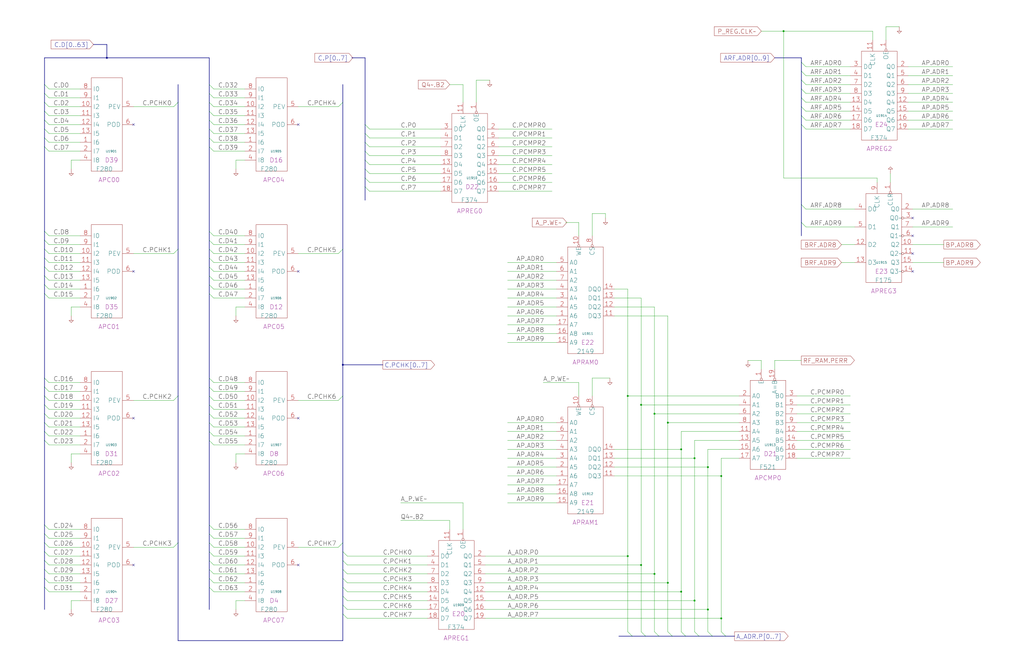
<source format=kicad_sch>
(kicad_sch (version 20250114) (generator "eeschema") (generator_version "9.0")
  (paper "User" 584.2 378.46)
  (title_block (title "REGISTER FILE A PARITY") (date "15-MAR-90") (rev "1.0") (comment 1 "TYPE") (comment 2 "232-003062") (comment 3 "S400") (comment 4 "RELEASED"))
  (junction (at 358.14 317.5))
  (junction (at 358.14 226.06))
  (junction (at 388.62 256.54))
  (junction (at 396.24 342.9))
  (junction (at 373.38 236.22))
  (junction (at 388.62 337.82))
  (junction (at 447.04 17.78))
  (junction (at 195.58 208.28))
  (junction (at 411.48 271.78))
  (junction (at 403.86 347.98))
  (junction (at 396.24 261.62))
  (junction (at 411.48 353.06))
  (junction (at 403.86 266.7))
  (junction (at 60.96 33.02))
  (junction (at 365.76 231.14))
  (junction (at 373.38 327.66))
  (junction (at 365.76 322.58))
  (junction (at 381 241.3))
  (junction (at 381 332.74))
  (no_connect (at 76.2 322.58))
  (no_connect (at 76.2 154.94))
  (no_connect (at 520.7 154.94))
  (no_connect (at 170.18 71.12))
  (no_connect (at 170.18 322.58))
  (no_connect (at 76.2 238.76))
  (no_connect (at 76.2 71.12))
  (no_connect (at 170.18 238.76))
  (no_connect (at 520.7 144.78))
  (no_connect (at 520.7 124.46))
  (no_connect (at 520.7 134.62))
  (no_connect (at 170.18 154.94))
  (bus_entry (at 381 360.68) (size 2.54 2.54))
  (bus_entry (at 119.38 215.9) (size 2.54 2.54))
  (bus_entry (at 195.58 320.04) (size 2.54 2.54))
  (bus_entry (at 101.6 309.88) (size -2.54 2.54))
  (bus_entry (at 208.28 96.52) (size 2.54 2.54))
  (bus_entry (at 25.4 325.12) (size 2.54 2.54))
  (bus_entry (at 195.58 142.24) (size -2.54 2.54))
  (bus_entry (at 119.38 226.06) (size 2.54 2.54))
  (bus_entry (at 119.38 231.14) (size 2.54 2.54))
  (bus_entry (at 119.38 299.72) (size 2.54 2.54))
  (bus_entry (at 457.2 40.64) (size 2.54 2.54))
  (bus_entry (at 195.58 325.12) (size 2.54 2.54))
  (bus_entry (at 25.4 73.66) (size 2.54 2.54))
  (bus_entry (at 457.2 35.56) (size 2.54 2.54))
  (bus_entry (at 119.38 241.3) (size 2.54 2.54))
  (bus_entry (at 25.4 304.8) (size 2.54 2.54))
  (bus_entry (at 411.48 360.68) (size 2.54 2.54))
  (bus_entry (at 119.38 251.46) (size 2.54 2.54))
  (bus_entry (at 25.4 241.3) (size 2.54 2.54))
  (bus_entry (at 25.4 152.4) (size 2.54 2.54))
  (bus_entry (at 119.38 147.32) (size 2.54 2.54))
  (bus_entry (at 119.38 78.74) (size 2.54 2.54))
  (bus_entry (at 25.4 246.38) (size 2.54 2.54))
  (bus_entry (at 457.2 60.96) (size 2.54 2.54))
  (bus_entry (at 457.2 45.72) (size 2.54 2.54))
  (bus_entry (at 25.4 53.34) (size 2.54 2.54))
  (bus_entry (at 195.58 345.44) (size 2.54 2.54))
  (bus_entry (at 208.28 91.44) (size 2.54 2.54))
  (bus_entry (at 358.14 360.68) (size 2.54 2.54))
  (bus_entry (at 25.4 48.26) (size 2.54 2.54))
  (bus_entry (at 457.2 66.04) (size 2.54 2.54))
  (bus_entry (at 25.4 83.82) (size 2.54 2.54))
  (bus_entry (at 119.38 220.98) (size 2.54 2.54))
  (bus_entry (at 25.4 157.48) (size 2.54 2.54))
  (bus_entry (at 119.38 246.38) (size 2.54 2.54))
  (bus_entry (at 208.28 81.28) (size 2.54 2.54))
  (bus_entry (at 119.38 152.4) (size 2.54 2.54))
  (bus_entry (at 119.38 325.12) (size 2.54 2.54))
  (bus_entry (at 119.38 167.64) (size 2.54 2.54))
  (bus_entry (at 25.4 58.42) (size 2.54 2.54))
  (bus_entry (at 25.4 137.16) (size 2.54 2.54))
  (bus_entry (at 195.58 309.88) (size -2.54 2.54))
  (bus_entry (at 25.4 63.5) (size 2.54 2.54))
  (bus_entry (at 25.4 320.04) (size 2.54 2.54))
  (bus_entry (at 101.6 142.24) (size -2.54 2.54))
  (bus_entry (at 457.2 50.8) (size 2.54 2.54))
  (bus_entry (at 388.62 360.68) (size 2.54 2.54))
  (bus_entry (at 119.38 142.24) (size 2.54 2.54))
  (bus_entry (at 195.58 226.06) (size -2.54 2.54))
  (bus_entry (at 457.2 116.84) (size 2.54 2.54))
  (bus_entry (at 208.28 86.36) (size 2.54 2.54))
  (bus_entry (at 119.38 53.34) (size 2.54 2.54))
  (bus_entry (at 25.4 299.72) (size 2.54 2.54))
  (bus_entry (at 119.38 132.08) (size 2.54 2.54))
  (bus_entry (at 119.38 335.28) (size 2.54 2.54))
  (bus_entry (at 25.4 68.58) (size 2.54 2.54))
  (bus_entry (at 119.38 309.88) (size 2.54 2.54))
  (bus_entry (at 457.2 71.12) (size 2.54 2.54))
  (bus_entry (at 208.28 76.2) (size 2.54 2.54))
  (bus_entry (at 25.4 335.28) (size 2.54 2.54))
  (bus_entry (at 457.2 55.88) (size 2.54 2.54))
  (bus_entry (at 373.38 360.68) (size 2.54 2.54))
  (bus_entry (at 25.4 78.74) (size 2.54 2.54))
  (bus_entry (at 119.38 236.22) (size 2.54 2.54))
  (bus_entry (at 195.58 350.52) (size 2.54 2.54))
  (bus_entry (at 195.58 330.2) (size 2.54 2.54))
  (bus_entry (at 101.6 58.42) (size -2.54 2.54))
  (bus_entry (at 25.4 309.88) (size 2.54 2.54))
  (bus_entry (at 25.4 236.22) (size 2.54 2.54))
  (bus_entry (at 119.38 330.2) (size 2.54 2.54))
  (bus_entry (at 25.4 226.06) (size 2.54 2.54))
  (bus_entry (at 119.38 83.82) (size 2.54 2.54))
  (bus_entry (at 119.38 63.5) (size 2.54 2.54))
  (bus_entry (at 208.28 101.6) (size 2.54 2.54))
  (bus_entry (at 457.2 127) (size 2.54 2.54))
  (bus_entry (at 195.58 314.96) (size 2.54 2.54))
  (bus_entry (at 25.4 215.9) (size 2.54 2.54))
  (bus_entry (at 403.86 360.68) (size 2.54 2.54))
  (bus_entry (at 119.38 73.66) (size 2.54 2.54))
  (bus_entry (at 25.4 251.46) (size 2.54 2.54))
  (bus_entry (at 208.28 106.68) (size 2.54 2.54))
  (bus_entry (at 25.4 142.24) (size 2.54 2.54))
  (bus_entry (at 365.76 360.68) (size 2.54 2.54))
  (bus_entry (at 119.38 320.04) (size 2.54 2.54))
  (bus_entry (at 396.24 360.68) (size 2.54 2.54))
  (bus_entry (at 119.38 68.58) (size 2.54 2.54))
  (bus_entry (at 25.4 314.96) (size 2.54 2.54))
  (bus_entry (at 25.4 147.32) (size 2.54 2.54))
  (bus_entry (at 25.4 167.64) (size 2.54 2.54))
  (bus_entry (at 195.58 340.36) (size 2.54 2.54))
  (bus_entry (at 25.4 162.56) (size 2.54 2.54))
  (bus_entry (at 101.6 226.06) (size -2.54 2.54))
  (bus_entry (at 25.4 330.2) (size 2.54 2.54))
  (bus_entry (at 25.4 220.98) (size 2.54 2.54))
  (bus_entry (at 119.38 314.96) (size 2.54 2.54))
  (bus_entry (at 195.58 58.42) (size -2.54 2.54))
  (bus_entry (at 119.38 157.48) (size 2.54 2.54))
  (bus_entry (at 119.38 48.26) (size 2.54 2.54))
  (bus_entry (at 119.38 137.16) (size 2.54 2.54))
  (bus_entry (at 119.38 304.8) (size 2.54 2.54))
  (bus_entry (at 25.4 231.14) (size 2.54 2.54))
  (bus_entry (at 25.4 132.08) (size 2.54 2.54))
  (bus_entry (at 119.38 58.42) (size 2.54 2.54))
  (bus_entry (at 195.58 335.28) (size 2.54 2.54))
  (bus_entry (at 208.28 71.12) (size 2.54 2.54))
  (bus_entry (at 119.38 162.56) (size 2.54 2.54))
  (wire (pts (xy 121.92 337.82) (xy 139.7 337.82)))
  (bus (pts (xy 25.4 33.02) (xy 25.4 48.26)))
  (wire (pts (xy 210.82 73.66) (xy 251.46 73.66)))
  (wire (pts (xy 121.92 55.88) (xy 139.7 55.88)))
  (wire (pts (xy 264.16 58.42) (xy 264.16 48.26)))
  (wire (pts (xy 121.92 312.42) (xy 139.7 312.42)))
  (wire (pts (xy 388.62 246.38) (xy 388.62 256.54)))
  (wire (pts (xy 134.62 175.26) (xy 134.62 180.34)))
  (wire (pts (xy 27.94 337.82) (xy 45.72 337.82)))
  (wire (pts (xy 518.16 43.18) (xy 543.56 43.18)))
  (wire (pts (xy 350.52 271.78) (xy 411.48 271.78)))
  (wire (pts (xy 40.64 342.9) (xy 40.64 347.98)))
  (bus (pts (xy 368.3 363.22) (xy 375.92 363.22)))
  (wire (pts (xy 284.48 78.74) (xy 314.96 78.74)))
  (wire (pts (xy 40.64 175.26) (xy 40.64 180.34)))
  (wire (pts (xy 459.74 58.42) (xy 485.14 58.42)))
  (wire (pts (xy 27.94 254) (xy 45.72 254)))
  (bus (pts (xy 119.38 78.74) (xy 119.38 83.82)))
  (wire (pts (xy 121.92 170.18) (xy 139.7 170.18)))
  (wire (pts (xy 447.04 17.78) (xy 447.04 101.6)))
  (wire (pts (xy 121.92 160.02) (xy 139.7 160.02)))
  (bus (pts (xy 457.2 50.8) (xy 457.2 55.88)))
  (bus (pts (xy 119.38 162.56) (xy 119.38 167.64)))
  (wire (pts (xy 198.12 337.82) (xy 243.84 337.82)))
  (wire (pts (xy 27.94 160.02) (xy 45.72 160.02)))
  (bus (pts (xy 195.58 345.44) (xy 195.58 350.52)))
  (bus (pts (xy 119.38 83.82) (xy 119.38 132.08)))
  (bus (pts (xy 119.38 68.58) (xy 119.38 73.66)))
  (bus (pts (xy 119.38 236.22) (xy 119.38 241.3)))
  (wire (pts (xy 76.2 228.6) (xy 99.06 228.6)))
  (wire (pts (xy 121.92 332.74) (xy 139.7 332.74)))
  (wire (pts (xy 27.94 302.26) (xy 45.72 302.26)))
  (wire (pts (xy 27.94 76.2) (xy 45.72 76.2)))
  (wire (pts (xy 264.16 48.26) (xy 256.54 48.26)))
  (wire (pts (xy 441.96 205.74) (xy 457.2 205.74)))
  (wire (pts (xy 459.74 119.38) (xy 487.68 119.38)))
  (wire (pts (xy 45.72 342.9) (xy 40.64 342.9)))
  (bus (pts (xy 457.2 33.02) (xy 457.2 35.56)))
  (wire (pts (xy 284.48 99.06) (xy 314.96 99.06)))
  (wire (pts (xy 27.94 66.04) (xy 45.72 66.04)))
  (wire (pts (xy 121.92 307.34) (xy 139.7 307.34)))
  (wire (pts (xy 520.7 149.86) (xy 538.48 149.86)))
  (wire (pts (xy 121.92 66.04) (xy 139.7 66.04)))
  (wire (pts (xy 276.86 317.5) (xy 358.14 317.5)))
  (bus (pts (xy 119.38 231.14) (xy 119.38 236.22)))
  (wire (pts (xy 121.92 134.62) (xy 139.7 134.62)))
  (wire (pts (xy 27.94 55.88) (xy 45.72 55.88)))
  (wire (pts (xy 198.12 347.98) (xy 243.84 347.98)))
  (wire (pts (xy 121.92 327.66) (xy 139.7 327.66)))
  (wire (pts (xy 27.94 322.58) (xy 45.72 322.58)))
  (wire (pts (xy 284.48 73.66) (xy 314.96 73.66)))
  (bus (pts (xy 375.92 363.22) (xy 383.54 363.22)))
  (bus (pts (xy 25.4 152.4) (xy 25.4 157.48)))
  (wire (pts (xy 358.14 165.1) (xy 358.14 226.06)))
  (bus (pts (xy 101.6 365.76) (xy 195.58 365.76)))
  (bus (pts (xy 457.2 66.04) (xy 457.2 71.12)))
  (bus (pts (xy 119.38 53.34) (xy 119.38 58.42)))
  (bus (pts (xy 195.58 208.28) (xy 218.44 208.28)))
  (wire (pts (xy 403.86 256.54) (xy 403.86 266.7)))
  (wire (pts (xy 289.56 195.58) (xy 317.5 195.58)))
  (wire (pts (xy 198.12 322.58) (xy 243.84 322.58)))
  (wire (pts (xy 210.82 99.06) (xy 251.46 99.06)))
  (bus (pts (xy 360.68 363.22) (xy 368.3 363.22)))
  (wire (pts (xy 121.92 223.52) (xy 139.7 223.52)))
  (wire (pts (xy 337.82 215.9) (xy 347.98 215.9)))
  (bus (pts (xy 195.58 330.2) (xy 195.58 335.28)))
  (wire (pts (xy 396.24 261.62) (xy 396.24 342.9)))
  (wire (pts (xy 121.92 228.6) (xy 139.7 228.6)))
  (wire (pts (xy 518.16 38.1) (xy 543.56 38.1)))
  (wire (pts (xy 289.56 160.02) (xy 317.5 160.02)))
  (wire (pts (xy 459.74 43.18) (xy 485.14 43.18)))
  (wire (pts (xy 27.94 154.94) (xy 45.72 154.94)))
  (wire (pts (xy 264.16 302.26) (xy 264.16 287.02)))
  (bus (pts (xy 398.78 363.22) (xy 406.4 363.22)))
  (wire (pts (xy 381 180.34) (xy 381 241.3)))
  (wire (pts (xy 27.94 238.76) (xy 45.72 238.76)))
  (wire (pts (xy 411.48 271.78) (xy 411.48 353.06)))
  (bus (pts (xy 195.58 335.28) (xy 195.58 340.36)))
  (wire (pts (xy 520.7 129.54) (xy 543.56 129.54)))
  (wire (pts (xy 121.92 81.28) (xy 139.7 81.28)))
  (wire (pts (xy 134.62 259.08) (xy 134.62 264.16)))
  (wire (pts (xy 27.94 60.96) (xy 45.72 60.96)))
  (wire (pts (xy 459.74 73.66) (xy 485.14 73.66)))
  (wire (pts (xy 27.94 327.66) (xy 45.72 327.66)))
  (bus (pts (xy 101.6 142.24) (xy 101.6 226.06)))
  (wire (pts (xy 27.94 86.36) (xy 45.72 86.36)))
  (wire (pts (xy 497.84 22.86) (xy 497.84 17.78)))
  (wire (pts (xy 139.7 175.26) (xy 134.62 175.26)))
  (wire (pts (xy 381 332.74) (xy 381 360.68)))
  (wire (pts (xy 27.94 332.74) (xy 45.72 332.74)))
  (bus (pts (xy 119.38 33.02) (xy 119.38 48.26)))
  (bus (pts (xy 25.4 241.3) (xy 25.4 246.38)))
  (wire (pts (xy 27.94 134.62) (xy 45.72 134.62)))
  (bus (pts (xy 195.58 340.36) (xy 195.58 345.44)))
  (wire (pts (xy 454.66 241.3) (xy 485.14 241.3)))
  (wire (pts (xy 170.18 144.78) (xy 193.04 144.78)))
  (bus (pts (xy 119.38 167.64) (xy 119.38 215.9)))
  (bus (pts (xy 25.4 78.74) (xy 25.4 83.82)))
  (wire (pts (xy 27.94 248.92) (xy 45.72 248.92)))
  (wire (pts (xy 256.54 302.26) (xy 256.54 297.18)))
  (wire (pts (xy 350.52 170.18) (xy 365.76 170.18)))
  (wire (pts (xy 358.14 226.06) (xy 358.14 317.5)))
  (bus (pts (xy 25.4 157.48) (xy 25.4 162.56)))
  (wire (pts (xy 121.92 243.84) (xy 139.7 243.84)))
  (bus (pts (xy 119.38 58.42) (xy 119.38 63.5)))
  (wire (pts (xy 276.86 353.06) (xy 411.48 353.06)))
  (wire (pts (xy 358.14 317.5) (xy 358.14 360.68)))
  (bus (pts (xy 119.38 147.32) (xy 119.38 152.4)))
  (wire (pts (xy 289.56 170.18) (xy 317.5 170.18)))
  (wire (pts (xy 388.62 256.54) (xy 388.62 337.82)))
  (bus (pts (xy 119.38 132.08) (xy 119.38 137.16)))
  (wire (pts (xy 76.2 312.42) (xy 99.06 312.42)))
  (bus (pts (xy 60.96 25.4) (xy 60.96 33.02)))
  (bus (pts (xy 208.28 33.02) (xy 208.28 71.12)))
  (wire (pts (xy 520.7 139.7) (xy 538.48 139.7)))
  (bus (pts (xy 25.4 137.16) (xy 25.4 142.24)))
  (wire (pts (xy 289.56 261.62) (xy 317.5 261.62)))
  (wire (pts (xy 403.86 266.7) (xy 403.86 347.98)))
  (wire (pts (xy 27.94 223.52) (xy 45.72 223.52)))
  (bus (pts (xy 25.4 53.34) (xy 25.4 58.42)))
  (wire (pts (xy 121.92 322.58) (xy 139.7 322.58)))
  (wire (pts (xy 40.64 91.44) (xy 40.64 96.52)))
  (wire (pts (xy 480.06 139.7) (xy 487.68 139.7)))
  (bus (pts (xy 25.4 147.32) (xy 25.4 152.4)))
  (wire (pts (xy 513.08 15.24) (xy 505.46 15.24)))
  (bus (pts (xy 208.28 106.68) (xy 208.28 114.3)))
  (wire (pts (xy 27.94 243.84) (xy 45.72 243.84)))
  (wire (pts (xy 518.16 48.26) (xy 543.56 48.26)))
  (wire (pts (xy 289.56 287.02) (xy 317.5 287.02)))
  (wire (pts (xy 121.92 248.92) (xy 139.7 248.92)))
  (wire (pts (xy 350.52 165.1) (xy 358.14 165.1)))
  (wire (pts (xy 505.46 15.24) (xy 505.46 22.86)))
  (wire (pts (xy 121.92 233.68) (xy 139.7 233.68)))
  (wire (pts (xy 27.94 144.78) (xy 45.72 144.78)))
  (bus (pts (xy 25.4 314.96) (xy 25.4 320.04)))
  (wire (pts (xy 279.4 45.72) (xy 271.78 45.72)))
  (wire (pts (xy 284.48 93.98) (xy 314.96 93.98)))
  (bus (pts (xy 208.28 101.6) (xy 208.28 106.68)))
  (wire (pts (xy 426.72 205.74) (xy 434.34 205.74)))
  (wire (pts (xy 289.56 271.78) (xy 317.5 271.78)))
  (wire (pts (xy 198.12 342.9) (xy 243.84 342.9)))
  (wire (pts (xy 27.94 149.86) (xy 45.72 149.86)))
  (bus (pts (xy 25.4 220.98) (xy 25.4 226.06)))
  (bus (pts (xy 119.38 309.88) (xy 119.38 314.96)))
  (wire (pts (xy 27.94 218.44) (xy 45.72 218.44)))
  (wire (pts (xy 210.82 93.98) (xy 251.46 93.98)))
  (bus (pts (xy 208.28 81.28) (xy 208.28 86.36)))
  (bus (pts (xy 208.28 71.12) (xy 208.28 76.2)))
  (bus (pts (xy 391.16 363.22) (xy 398.78 363.22)))
  (wire (pts (xy 518.16 73.66) (xy 543.56 73.66)))
  (wire (pts (xy 459.74 48.26) (xy 485.14 48.26)))
  (wire (pts (xy 373.38 236.22) (xy 373.38 327.66)))
  (wire (pts (xy 447.04 17.78) (xy 434.34 17.78)))
  (wire (pts (xy 198.12 327.66) (xy 243.84 327.66)))
  (wire (pts (xy 373.38 175.26) (xy 373.38 236.22)))
  (bus (pts (xy 119.38 241.3) (xy 119.38 246.38)))
  (bus (pts (xy 195.58 226.06) (xy 195.58 309.88)))
  (bus (pts (xy 25.4 320.04) (xy 25.4 325.12)))
  (wire (pts (xy 121.92 254) (xy 139.7 254)))
  (bus (pts (xy 195.58 314.96) (xy 195.58 320.04)))
  (bus (pts (xy 119.38 142.24) (xy 119.38 147.32)))
  (wire (pts (xy 170.18 312.42) (xy 193.04 312.42)))
  (wire (pts (xy 454.66 231.14) (xy 485.14 231.14)))
  (bus (pts (xy 25.4 73.66) (xy 25.4 78.74)))
  (wire (pts (xy 358.14 226.06) (xy 421.64 226.06)))
  (bus (pts (xy 208.28 91.44) (xy 208.28 96.52)))
  (wire (pts (xy 365.76 231.14) (xy 365.76 322.58)))
  (bus (pts (xy 25.4 48.26) (xy 25.4 53.34)))
  (wire (pts (xy 121.92 218.44) (xy 139.7 218.44)))
  (wire (pts (xy 45.72 175.26) (xy 40.64 175.26)))
  (bus (pts (xy 101.6 309.88) (xy 101.6 365.76)))
  (wire (pts (xy 337.82 226.06) (xy 337.82 215.9)))
  (wire (pts (xy 271.78 45.72) (xy 271.78 58.42)))
  (wire (pts (xy 27.94 50.8) (xy 45.72 50.8)))
  (wire (pts (xy 276.86 332.74) (xy 381 332.74)))
  (wire (pts (xy 284.48 88.9) (xy 314.96 88.9)))
  (wire (pts (xy 210.82 104.14) (xy 251.46 104.14)))
  (wire (pts (xy 121.92 302.26) (xy 139.7 302.26)))
  (wire (pts (xy 121.92 50.8) (xy 139.7 50.8)))
  (wire (pts (xy 459.74 38.1) (xy 485.14 38.1)))
  (wire (pts (xy 403.86 347.98) (xy 403.86 360.68)))
  (wire (pts (xy 121.92 139.7) (xy 139.7 139.7)))
  (wire (pts (xy 345.44 121.92) (xy 345.44 124.46)))
  (wire (pts (xy 518.16 58.42) (xy 543.56 58.42)))
  (bus (pts (xy 195.58 142.24) (xy 195.58 208.28)))
  (wire (pts (xy 434.34 210.82) (xy 434.34 205.74)))
  (wire (pts (xy 27.94 71.12) (xy 45.72 71.12)))
  (bus (pts (xy 25.4 215.9) (xy 25.4 220.98)))
  (wire (pts (xy 27.94 139.7) (xy 45.72 139.7)))
  (bus (pts (xy 25.4 325.12) (xy 25.4 330.2)))
  (wire (pts (xy 210.82 88.9) (xy 251.46 88.9)))
  (wire (pts (xy 198.12 353.06) (xy 243.84 353.06)))
  (wire (pts (xy 289.56 180.34) (xy 317.5 180.34)))
  (bus (pts (xy 457.2 35.56) (xy 457.2 40.64)))
  (wire (pts (xy 350.52 256.54) (xy 388.62 256.54)))
  (bus (pts (xy 457.2 127) (xy 457.2 134.62)))
  (wire (pts (xy 121.92 144.78) (xy 139.7 144.78)))
  (bus (pts (xy 208.28 96.52) (xy 208.28 101.6)))
  (wire (pts (xy 518.16 53.34) (xy 543.56 53.34)))
  (wire (pts (xy 276.86 347.98) (xy 403.86 347.98)))
  (wire (pts (xy 198.12 332.74) (xy 243.84 332.74)))
  (wire (pts (xy 121.92 60.96) (xy 139.7 60.96)))
  (wire (pts (xy 45.72 259.08) (xy 40.64 259.08)))
  (wire (pts (xy 454.66 251.46) (xy 485.14 251.46)))
  (wire (pts (xy 500.38 104.14) (xy 500.38 101.6)))
  (bus (pts (xy 119.38 251.46) (xy 119.38 299.72)))
  (bus (pts (xy 25.4 132.08) (xy 25.4 137.16)))
  (wire (pts (xy 459.74 68.58) (xy 485.14 68.58)))
  (wire (pts (xy 139.7 259.08) (xy 134.62 259.08)))
  (wire (pts (xy 284.48 83.82) (xy 314.96 83.82)))
  (wire (pts (xy 396.24 251.46) (xy 396.24 261.62)))
  (bus (pts (xy 25.4 335.28) (xy 25.4 347.98)))
  (wire (pts (xy 454.66 226.06) (xy 485.14 226.06)))
  (bus (pts (xy 119.38 63.5) (xy 119.38 68.58)))
  (wire (pts (xy 134.62 91.44) (xy 134.62 96.52)))
  (bus (pts (xy 195.58 325.12) (xy 195.58 330.2)))
  (bus (pts (xy 406.4 363.22) (xy 414.02 363.22)))
  (wire (pts (xy 198.12 317.5) (xy 243.84 317.5)))
  (bus (pts (xy 25.4 63.5) (xy 25.4 68.58)))
  (wire (pts (xy 76.2 60.96) (xy 99.06 60.96)))
  (bus (pts (xy 200.66 33.02) (xy 208.28 33.02)))
  (wire (pts (xy 121.92 238.76) (xy 139.7 238.76)))
  (bus (pts (xy 60.96 33.02) (xy 119.38 33.02)))
  (wire (pts (xy 289.56 281.94) (xy 317.5 281.94)))
  (wire (pts (xy 45.72 91.44) (xy 40.64 91.44)))
  (wire (pts (xy 337.82 134.62) (xy 337.82 121.92)))
  (wire (pts (xy 459.74 63.5) (xy 485.14 63.5)))
  (wire (pts (xy 210.82 109.22) (xy 251.46 109.22)))
  (bus (pts (xy 25.4 309.88) (xy 25.4 314.96)))
  (bus (pts (xy 195.58 208.28) (xy 195.58 226.06)))
  (wire (pts (xy 454.66 236.22) (xy 485.14 236.22)))
  (wire (pts (xy 264.16 287.02) (xy 228.6 287.02)))
  (wire (pts (xy 27.94 170.18) (xy 45.72 170.18)))
  (wire (pts (xy 27.94 307.34) (xy 45.72 307.34)))
  (bus (pts (xy 25.4 236.22) (xy 25.4 241.3)))
  (bus (pts (xy 53.34 25.4) (xy 60.96 25.4)))
  (wire (pts (xy 289.56 190.5) (xy 317.5 190.5)))
  (wire (pts (xy 350.52 261.62) (xy 396.24 261.62)))
  (wire (pts (xy 441.96 210.82) (xy 441.96 205.74)))
  (wire (pts (xy 276.86 337.82) (xy 388.62 337.82)))
  (wire (pts (xy 411.48 261.62) (xy 411.48 271.78)))
  (wire (pts (xy 396.24 342.9) (xy 396.24 360.68)))
  (wire (pts (xy 350.52 266.7) (xy 403.86 266.7)))
  (wire (pts (xy 210.82 83.82) (xy 251.46 83.82)))
  (wire (pts (xy 121.92 154.94) (xy 139.7 154.94)))
  (bus (pts (xy 119.38 137.16) (xy 119.38 142.24)))
  (wire (pts (xy 421.64 246.38) (xy 388.62 246.38)))
  (bus (pts (xy 383.54 363.22) (xy 391.16 363.22)))
  (wire (pts (xy 289.56 256.54) (xy 317.5 256.54)))
  (wire (pts (xy 350.52 175.26) (xy 373.38 175.26)))
  (wire (pts (xy 40.64 259.08) (xy 40.64 264.16)))
  (bus (pts (xy 25.4 226.06) (xy 25.4 231.14)))
  (wire (pts (xy 480.06 149.86) (xy 487.68 149.86)))
  (wire (pts (xy 170.18 228.6) (xy 193.04 228.6)))
  (wire (pts (xy 27.94 228.6) (xy 45.72 228.6)))
  (wire (pts (xy 134.62 342.9) (xy 134.62 347.98)))
  (bus (pts (xy 119.38 330.2) (xy 119.38 335.28)))
  (bus (pts (xy 25.4 304.8) (xy 25.4 309.88)))
  (wire (pts (xy 210.82 78.74) (xy 251.46 78.74)))
  (wire (pts (xy 276.86 327.66) (xy 373.38 327.66)))
  (wire (pts (xy 454.66 261.62) (xy 485.14 261.62)))
  (bus (pts (xy 25.4 330.2) (xy 25.4 335.28)))
  (bus (pts (xy 208.28 76.2) (xy 208.28 81.28)))
  (wire (pts (xy 330.2 226.06) (xy 330.2 218.44)))
  (wire (pts (xy 388.62 337.82) (xy 388.62 360.68)))
  (bus (pts (xy 101.6 58.42) (xy 101.6 142.24)))
  (bus (pts (xy 457.2 55.88) (xy 457.2 60.96)))
  (wire (pts (xy 27.94 165.1) (xy 45.72 165.1)))
  (wire (pts (xy 289.56 246.38) (xy 317.5 246.38)))
  (bus (pts (xy 441.96 33.02) (xy 457.2 33.02)))
  (wire (pts (xy 121.92 71.12) (xy 139.7 71.12)))
  (wire (pts (xy 121.92 165.1) (xy 139.7 165.1)))
  (bus (pts (xy 195.58 58.42) (xy 195.58 142.24)))
  (bus (pts (xy 119.38 304.8) (xy 119.38 309.88)))
  (bus (pts (xy 25.4 299.72) (xy 25.4 304.8)))
  (wire (pts (xy 421.64 251.46) (xy 396.24 251.46)))
  (wire (pts (xy 121.92 149.86) (xy 139.7 149.86)))
  (wire (pts (xy 518.16 68.58) (xy 543.56 68.58)))
  (bus (pts (xy 195.58 309.88) (xy 195.58 314.96)))
  (bus (pts (xy 119.38 215.9) (xy 119.38 220.98)))
  (wire (pts (xy 421.64 256.54) (xy 403.86 256.54)))
  (bus (pts (xy 119.38 314.96) (xy 119.38 320.04)))
  (wire (pts (xy 421.64 261.62) (xy 411.48 261.62)))
  (wire (pts (xy 289.56 154.94) (xy 317.5 154.94)))
  (bus (pts (xy 25.4 167.64) (xy 25.4 215.9)))
  (wire (pts (xy 330.2 134.62) (xy 330.2 127)))
  (bus (pts (xy 119.38 152.4) (xy 119.38 157.48)))
  (wire (pts (xy 520.7 119.38) (xy 543.56 119.38)))
  (bus (pts (xy 119.38 325.12) (xy 119.38 330.2)))
  (bus (pts (xy 457.2 71.12) (xy 457.2 116.84)))
  (wire (pts (xy 289.56 276.86) (xy 317.5 276.86)))
  (bus (pts (xy 119.38 226.06) (xy 119.38 231.14)))
  (bus (pts (xy 119.38 335.28) (xy 119.38 347.98)))
  (bus (pts (xy 25.4 33.02) (xy 60.96 33.02)))
  (bus (pts (xy 25.4 142.24) (xy 25.4 147.32)))
  (wire (pts (xy 121.92 317.5) (xy 139.7 317.5)))
  (wire (pts (xy 27.94 233.68) (xy 45.72 233.68)))
  (bus (pts (xy 457.2 116.84) (xy 457.2 127)))
  (bus (pts (xy 195.58 48.26) (xy 195.58 58.42)))
  (bus (pts (xy 353.06 363.22) (xy 360.68 363.22)))
  (bus (pts (xy 119.38 246.38) (xy 119.38 251.46)))
  (wire (pts (xy 365.76 231.14) (xy 421.64 231.14)))
  (bus (pts (xy 101.6 226.06) (xy 101.6 309.88)))
  (bus (pts (xy 119.38 157.48) (xy 119.38 162.56)))
  (bus (pts (xy 119.38 220.98) (xy 119.38 226.06)))
  (bus (pts (xy 25.4 58.42) (xy 25.4 63.5)))
  (wire (pts (xy 330.2 127) (xy 322.58 127)))
  (wire (pts (xy 289.56 185.42) (xy 317.5 185.42)))
  (wire (pts (xy 27.94 317.5) (xy 45.72 317.5)))
  (wire (pts (xy 139.7 91.44) (xy 134.62 91.44)))
  (wire (pts (xy 381 241.3) (xy 381 332.74)))
  (bus (pts (xy 119.38 73.66) (xy 119.38 78.74)))
  (wire (pts (xy 289.56 266.7) (xy 317.5 266.7)))
  (wire (pts (xy 121.92 76.2) (xy 139.7 76.2)))
  (wire (pts (xy 284.48 104.14) (xy 314.96 104.14)))
  (bus (pts (xy 208.28 86.36) (xy 208.28 91.44)))
  (bus (pts (xy 119.38 299.72) (xy 119.38 304.8)))
  (bus (pts (xy 195.58 320.04) (xy 195.58 325.12)))
  (wire (pts (xy 289.56 241.3) (xy 317.5 241.3)))
  (bus (pts (xy 25.4 162.56) (xy 25.4 167.64)))
  (wire (pts (xy 289.56 149.86) (xy 317.5 149.86)))
  (wire (pts (xy 289.56 165.1) (xy 317.5 165.1)))
  (wire (pts (xy 365.76 170.18) (xy 365.76 231.14)))
  (bus (pts (xy 119.38 320.04) (xy 119.38 325.12)))
  (wire (pts (xy 508 99.06) (xy 508 104.14)))
  (bus (pts (xy 25.4 246.38) (xy 25.4 251.46)))
  (bus (pts (xy 414.02 363.22) (xy 419.1 363.22)))
  (wire (pts (xy 454.66 246.38) (xy 485.14 246.38)))
  (wire (pts (xy 284.48 109.22) (xy 314.96 109.22)))
  (bus (pts (xy 25.4 68.58) (xy 25.4 73.66)))
  (wire (pts (xy 373.38 327.66) (xy 373.38 360.68)))
  (bus (pts (xy 457.2 40.64) (xy 457.2 45.72)))
  (wire (pts (xy 330.2 218.44) (xy 309.88 218.44)))
  (wire (pts (xy 276.86 342.9) (xy 396.24 342.9)))
  (bus (pts (xy 119.38 48.26) (xy 119.38 53.34)))
  (wire (pts (xy 381 241.3) (xy 421.64 241.3)))
  (wire (pts (xy 365.76 322.58) (xy 365.76 360.68)))
  (wire (pts (xy 373.38 236.22) (xy 421.64 236.22)))
  (wire (pts (xy 459.74 129.54) (xy 487.68 129.54)))
  (bus (pts (xy 101.6 48.26) (xy 101.6 58.42)))
  (wire (pts (xy 500.38 101.6) (xy 447.04 101.6)))
  (wire (pts (xy 276.86 322.58) (xy 365.76 322.58)))
  (wire (pts (xy 497.84 17.78) (xy 447.04 17.78)))
  (bus (pts (xy 25.4 231.14) (xy 25.4 236.22)))
  (wire (pts (xy 289.56 175.26) (xy 317.5 175.26)))
  (wire (pts (xy 256.54 297.18) (xy 228.6 297.18)))
  (wire (pts (xy 289.56 251.46) (xy 317.5 251.46)))
  (wire (pts (xy 337.82 121.92) (xy 345.44 121.92)))
  (bus (pts (xy 25.4 83.82) (xy 25.4 132.08)))
  (wire (pts (xy 170.18 60.96) (xy 193.04 60.96)))
  (wire (pts (xy 518.16 63.5) (xy 543.56 63.5)))
  (bus (pts (xy 457.2 45.72) (xy 457.2 50.8)))
  (wire (pts (xy 139.7 342.9) (xy 134.62 342.9)))
  (bus (pts (xy 195.58 350.52) (xy 195.58 365.76)))
  (wire (pts (xy 121.92 86.36) (xy 139.7 86.36)))
  (wire (pts (xy 350.52 180.34) (xy 381 180.34)))
  (wire (pts (xy 27.94 312.42) (xy 45.72 312.42)))
  (bus (pts (xy 457.2 60.96) (xy 457.2 66.04)))
  (wire (pts (xy 27.94 81.28) (xy 45.72 81.28)))
  (wire (pts (xy 454.66 256.54) (xy 485.14 256.54)))
  (bus (pts (xy 25.4 251.46) (xy 25.4 299.72)))
  (wire (pts (xy 76.2 144.78) (xy 99.06 144.78)))
  (wire (pts (xy 459.74 53.34) (xy 485.14 53.34)))
  (wire (pts (xy 411.48 353.06) (xy 411.48 360.68)))
  (label "C.D23" (at 30.48 254 0) (effects (font (size 2.54 2.54))))
  (label "AP.ADR9" (at 294.64 195.58 0) (effects (font (size 2.54 2.54))))
  (label "C.PCMPR4" (at 462.28 246.38 0) (effects (font (size 2.54 2.54))))
  (label "C.PCHK2" (at 218.44 327.66 0) (effects (font (size 2.54 2.54))))
  (label "C.D10" (at 30.48 144.78 0) (effects (font (size 2.54 2.54))))
  (label "AP.ADR7" (at 294.64 185.42 0) (effects (font (size 2.54 2.54))))
  (label "C.D27" (at 30.48 317.5 0) (effects (font (size 2.54 2.54))))
  (label "A_ADR.P0" (at 289.56 317.5 0) (effects (font (size 2.54 2.54))))
  (label "A_ADR.P4" (at 289.56 337.82 0) (effects (font (size 2.54 2.54))))
  (label "C.D4" (at 30.48 71.12 0) (effects (font (size 2.54 2.54))))
  (label "AP.ADR8" (at 294.64 190.5 0) (effects (font (size 2.54 2.54))))
  (label "C.PCMPR3" (at 292.1 88.9 0) (effects (font (size 2.54 2.54))))
  (label "C.D53" (at 124.46 243.84 0) (effects (font (size 2.54 2.54))))
  (label "AP.ADR2" (at 294.64 160.02 0) (effects (font (size 2.54 2.54))))
  (label "C.D5" (at 30.48 76.2 0) (effects (font (size 2.54 2.54))))
  (label "C.D29" (at 30.48 327.66 0) (effects (font (size 2.54 2.54))))
  (label "C.D3" (at 30.48 66.04 0) (effects (font (size 2.54 2.54))))
  (label "AP.ADR6" (at 525.78 68.58 0) (effects (font (size 2.54 2.54))))
  (label "C.D49" (at 124.46 223.52 0) (effects (font (size 2.54 2.54))))
  (label "C.PCHK6" (at 218.44 347.98 0) (effects (font (size 2.54 2.54))))
  (label "A_ADR.P3" (at 289.56 332.74 0) (effects (font (size 2.54 2.54))))
  (label "C.PCMPR7" (at 462.28 261.62 0) (effects (font (size 2.54 2.54))))
  (label "C.PCHK0" (at 218.44 317.5 0) (effects (font (size 2.54 2.54))))
  (label "C.D33" (at 124.46 55.88 0) (effects (font (size 2.54 2.54))))
  (label "C.D14" (at 30.48 165.1 0) (effects (font (size 2.54 2.54))))
  (label "C.D12" (at 30.48 154.94 0) (effects (font (size 2.54 2.54))))
  (label "C.D8" (at 30.48 134.62 0) (effects (font (size 2.54 2.54))))
  (label "C.D48" (at 124.46 218.44 0) (effects (font (size 2.54 2.54))))
  (label "AP.ADR8" (at 525.78 119.38 0) (effects (font (size 2.54 2.54))))
  (label "C.PCHK3" (at 218.44 332.74 0) (effects (font (size 2.54 2.54))))
  (label "C.D41" (at 124.46 139.7 0) (effects (font (size 2.54 2.54))))
  (label "C.D35" (at 124.46 66.04 0) (effects (font (size 2.54 2.54))))
  (label "C.D37" (at 124.46 76.2 0) (effects (font (size 2.54 2.54))))
  (label "C.P0" (at 228.6 73.66 0) (effects (font (size 2.54 2.54))))
  (label "A_ADR.P2" (at 289.56 327.66 0) (effects (font (size 2.54 2.54))))
  (label "C.D51" (at 124.46 233.68 0) (effects (font (size 2.54 2.54))))
  (label "C.D39" (at 124.46 86.36 0) (effects (font (size 2.54 2.54))))
  (label "A_P.WE~" (at 228.6 287.02 0) (effects (font (size 2.54 2.54))))
  (label "AP.ADR6" (at 294.64 271.78 0) (effects (font (size 2.54 2.54))))
  (label "C.D13" (at 30.48 160.02 0) (effects (font (size 2.54 2.54))))
  (label "AP.ADR9" (at 525.78 129.54 0) (effects (font (size 2.54 2.54))))
  (label "ARF.ADR2" (at 462.28 48.26 0) (effects (font (size 2.54 2.54))))
  (label "C.PCMPR3" (at 462.28 241.3 0) (effects (font (size 2.54 2.54))))
  (label "C.P7" (at 228.6 109.22 0) (effects (font (size 2.54 2.54))))
  (label "C.D20" (at 30.48 238.76 0) (effects (font (size 2.54 2.54))))
  (label "AP.ADR1" (at 294.64 246.38 0) (effects (font (size 2.54 2.54))))
  (label "ARF.ADR5" (at 462.28 63.5 0) (effects (font (size 2.54 2.54))))
  (label "C.PCMPR1" (at 462.28 231.14 0) (effects (font (size 2.54 2.54))))
  (label "C.PCMPR4" (at 292.1 93.98 0) (effects (font (size 2.54 2.54))))
  (label "A_ADR.P6" (at 289.56 347.98 0) (effects (font (size 2.54 2.54))))
  (label "C.D56" (at 124.46 302.26 0) (effects (font (size 2.54 2.54))))
  (label "AP.ADR5" (at 525.78 63.5 0) (effects (font (size 2.54 2.54))))
  (label "C.P5" (at 228.6 99.06 0) (effects (font (size 2.54 2.54))))
  (label "C.D59" (at 124.46 317.5 0) (effects (font (size 2.54 2.54))))
  (label "AP.ADR1" (at 294.64 154.94 0) (effects (font (size 2.54 2.54))))
  (label "C.P6" (at 228.6 104.14 0) (effects (font (size 2.54 2.54))))
  (label "AP.ADR0" (at 525.78 38.1 0) (effects (font (size 2.54 2.54))))
  (label "C.D15" (at 30.48 170.18 0) (effects (font (size 2.54 2.54))))
  (label "AP.ADR4" (at 525.78 58.42 0) (effects (font (size 2.54 2.54))))
  (label "AP.ADR2" (at 525.78 48.26 0) (effects (font (size 2.54 2.54))))
  (label "C.PCHK2" (at 81.28 228.6 0) (effects (font (size 2.54 2.54))))
  (label "C.D40" (at 124.46 134.62 0) (effects (font (size 2.54 2.54))))
  (label "C.PCMPR5" (at 462.28 251.46 0) (effects (font (size 2.54 2.54))))
  (label "A_ADR.P5" (at 289.56 342.9 0) (effects (font (size 2.54 2.54))))
  (label "C.D38" (at 124.46 81.28 0) (effects (font (size 2.54 2.54))))
  (label "C.D61" (at 124.46 327.66 0) (effects (font (size 2.54 2.54))))
  (label "ARF.ADR3" (at 462.28 53.34 0) (effects (font (size 2.54 2.54))))
  (label "C.D28" (at 30.48 322.58 0) (effects (font (size 2.54 2.54))))
  (label "C.D42" (at 124.46 144.78 0) (effects (font (size 2.54 2.54))))
  (label "C.PCMPR6" (at 292.1 104.14 0) (effects (font (size 2.54 2.54))))
  (label "C.D45" (at 124.46 160.02 0) (effects (font (size 2.54 2.54))))
  (label "C.D11" (at 30.48 149.86 0) (effects (font (size 2.54 2.54))))
  (label "ARF.ADR9" (at 462.28 129.54 0) (effects (font (size 2.54 2.54))))
  (label "AP.ADR6" (at 294.64 180.34 0) (effects (font (size 2.54 2.54))))
  (label "C.PCHK7" (at 175.26 312.42 0) (effects (font (size 2.54 2.54))))
  (label "C.D21" (at 30.48 243.84 0) (effects (font (size 2.54 2.54))))
  (label "A_P.WE~" (at 309.88 218.44 0) (effects (font (size 2.54 2.54))))
  (label "C.PCMPR7" (at 292.1 109.22 0) (effects (font (size 2.54 2.54))))
  (label "AP.ADR5" (at 294.64 266.7 0) (effects (font (size 2.54 2.54))))
  (label "C.PCHK1" (at 218.44 322.58 0) (effects (font (size 2.54 2.54))))
  (label "A_ADR.P7" (at 289.56 353.06 0) (effects (font (size 2.54 2.54))))
  (label "C.P2" (at 228.6 83.82 0) (effects (font (size 2.54 2.54))))
  (label "AP.ADR4" (at 294.64 261.62 0) (effects (font (size 2.54 2.54))))
  (label "C.PCHK6" (at 175.26 228.6 0) (effects (font (size 2.54 2.54))))
  (label "AP.ADR8" (at 294.64 281.94 0) (effects (font (size 2.54 2.54))))
  (label "C.P4" (at 228.6 93.98 0) (effects (font (size 2.54 2.54))))
  (label "C.D60" (at 124.46 322.58 0) (effects (font (size 2.54 2.54))))
  (label "C.D58" (at 124.46 312.42 0) (effects (font (size 2.54 2.54))))
  (label "C.D22" (at 30.48 248.92 0) (effects (font (size 2.54 2.54))))
  (label "AP.ADR3" (at 294.64 165.1 0) (effects (font (size 2.54 2.54))))
  (label "C.D18" (at 30.48 228.6 0) (effects (font (size 2.54 2.54))))
  (label "C.PCMPR2" (at 462.28 236.22 0) (effects (font (size 2.54 2.54))))
  (label "Q4~.B2" (at 228.6 297.18 0) (effects (font (size 2.54 2.54))))
  (label "C.PCMPR1" (at 292.1 78.74 0) (effects (font (size 2.54 2.54))))
  (label "A_ADR.P1" (at 289.56 322.58 0) (effects (font (size 2.54 2.54))))
  (label "C.D52" (at 124.46 238.76 0) (effects (font (size 2.54 2.54))))
  (label "ARF.ADR8" (at 462.28 119.38 0) (effects (font (size 2.54 2.54))))
  (label "AP.ADR9" (at 294.64 287.02 0) (effects (font (size 2.54 2.54))))
  (label "C.PCMPR5" (at 292.1 99.06 0) (effects (font (size 2.54 2.54))))
  (label "C.D44" (at 124.46 154.94 0) (effects (font (size 2.54 2.54))))
  (label "C.PCMPR2" (at 292.1 83.82 0) (effects (font (size 2.54 2.54))))
  (label "AP.ADR3" (at 294.64 256.54 0) (effects (font (size 2.54 2.54))))
  (label "C.D50" (at 124.46 228.6 0) (effects (font (size 2.54 2.54))))
  (label "C.PCMPR0" (at 462.28 226.06 0) (effects (font (size 2.54 2.54))))
  (label "AP.ADR1" (at 525.78 43.18 0) (effects (font (size 2.54 2.54))))
  (label "ARF.ADR0" (at 462.28 38.1 0) (effects (font (size 2.54 2.54))))
  (label "C.D30" (at 30.48 332.74 0) (effects (font (size 2.54 2.54))))
  (label "C.D31" (at 30.48 337.82 0) (effects (font (size 2.54 2.54))))
  (label "C.D7" (at 30.48 86.36 0) (effects (font (size 2.54 2.54))))
  (label "C.D47" (at 124.46 170.18 0) (effects (font (size 2.54 2.54))))
  (label "C.D46" (at 124.46 165.1 0) (effects (font (size 2.54 2.54))))
  (label "AP.ADR5" (at 294.64 175.26 0) (effects (font (size 2.54 2.54))))
  (label "AP.ADR7" (at 525.78 73.66 0) (effects (font (size 2.54 2.54))))
  (label "C.PCHK3" (at 81.28 312.42 0) (effects (font (size 2.54 2.54))))
  (label "C.D32" (at 124.46 50.8 0) (effects (font (size 2.54 2.54))))
  (label "AP.ADR0" (at 294.64 241.3 0) (effects (font (size 2.54 2.54))))
  (label "C.D19" (at 30.48 233.68 0) (effects (font (size 2.54 2.54))))
  (label "AP.ADR2" (at 294.64 251.46 0) (effects (font (size 2.54 2.54))))
  (label "C.PCMPR6" (at 462.28 256.54 0) (effects (font (size 2.54 2.54))))
  (label "C.D62" (at 124.46 332.74 0) (effects (font (size 2.54 2.54))))
  (label "C.P3" (at 228.6 88.9 0) (effects (font (size 2.54 2.54))))
  (label "C.D57" (at 124.46 307.34 0) (effects (font (size 2.54 2.54))))
  (label "C.PCHK7" (at 218.44 353.06 0) (effects (font (size 2.54 2.54))))
  (label "C.PCMPR0" (at 292.1 73.66 0) (effects (font (size 2.54 2.54))))
  (label "AP.ADR7" (at 294.64 276.86 0) (effects (font (size 2.54 2.54))))
  (label "ARF.ADR6" (at 462.28 68.58 0) (effects (font (size 2.54 2.54))))
  (label "C.D36" (at 124.46 71.12 0) (effects (font (size 2.54 2.54))))
  (label "ARF.ADR1" (at 462.28 43.18 0) (effects (font (size 2.54 2.54))))
  (label "C.PCHK1" (at 81.28 144.78 0) (effects (font (size 2.54 2.54))))
  (label "C.D34" (at 124.46 60.96 0) (effects (font (size 2.54 2.54))))
  (label "C.D25" (at 30.48 307.34 0) (effects (font (size 2.54 2.54))))
  (label "C.D6" (at 30.48 81.28 0) (effects (font (size 2.54 2.54))))
  (label "AP.ADR0" (at 294.64 149.86 0) (effects (font (size 2.54 2.54))))
  (label "C.P1" (at 228.6 78.74 0) (effects (font (size 2.54 2.54))))
  (label "ARF.ADR7" (at 462.28 73.66 0) (effects (font (size 2.54 2.54))))
  (label "C.D54" (at 124.46 248.92 0) (effects (font (size 2.54 2.54))))
  (label "C.D1" (at 30.48 55.88 0) (effects (font (size 2.54 2.54))))
  (label "ARF.ADR4" (at 462.28 58.42 0) (effects (font (size 2.54 2.54))))
  (label "C.D9" (at 30.48 139.7 0) (effects (font (size 2.54 2.54))))
  (label "C.PCHK4" (at 175.26 60.96 0) (effects (font (size 2.54 2.54))))
  (label "C.D17" (at 30.48 223.52 0) (effects (font (size 2.54 2.54))))
  (label "C.D0" (at 30.48 50.8 0) (effects (font (size 2.54 2.54))))
  (label "C.PCHK5" (at 218.44 342.9 0) (effects (font (size 2.54 2.54))))
  (label "C.PCHK4" (at 218.44 337.82 0) (effects (font (size 2.54 2.54))))
  (label "C.D2" (at 30.48 60.96 0) (effects (font (size 2.54 2.54))))
  (label "C.D63" (at 124.46 337.82 0) (effects (font (size 2.54 2.54))))
  (label "AP.ADR4" (at 294.64 170.18 0) (effects (font (size 2.54 2.54))))
  (label "C.D43" (at 124.46 149.86 0) (effects (font (size 2.54 2.54))))
  (label "C.D16" (at 30.48 218.44 0) (effects (font (size 2.54 2.54))))
  (label "C.D26" (at 30.48 312.42 0) (effects (font (size 2.54 2.54))))
  (label "AP.ADR3" (at 525.78 53.34 0) (effects (font (size 2.54 2.54))))
  (label "C.D55" (at 124.46 254 0) (effects (font (size 2.54 2.54))))
  (label "C.PCHK0" (at 81.28 60.96 0) (effects (font (size 2.54 2.54))))
  (label "C.D24" (at 30.48 302.26 0) (effects (font (size 2.54 2.54))))
  (label "C.PCHK5" (at 175.26 144.78 0) (effects (font (size 2.54 2.54))))
  (global_label "BP.ADR8" (shape output) (at 538.48 139.7 0) (effects (font (size 2.54 2.54))) (property "Intersheetrefs" "${INTERSHEET_REFS}" (at 559.2717 139.5413 0) (effects (font (size 1.905 1.905)) (justify left))))
  (global_label "P_REG.CLK~" (shape input) (at 434.34 17.78 180) (effects (font (size 2.54 2.54))) (property "Intersheetrefs" "${INTERSHEET_REFS}" (at 407.5007 17.6213 0) (effects (font (size 1.905 1.905)) (justify right))))
  (global_label "A_ADR.P[0..7]" (shape output) (at 419.0441 363.22 0) (effects (font (size 2.54 2.54))) (property "Intersheetrefs" "${INTERSHEET_REFS}" (at 449.633 363.0613 0) (effects (font (size 1.905 1.905)) (justify left))))
  (global_label "C.D[0..63]" (shape input) (at 53.34 25.4 180) (effects (font (size 2.54 2.54))) (property "Intersheetrefs" "${INTERSHEET_REFS}" (at 29.1616 25.2413 0) (effects (font (size 1.905 1.905)) (justify right))))
  (global_label "ARF.ADR[0..9]" (shape input) (at 441.96 33.02 180) (effects (font (size 2.54 2.54))) (property "Intersheetrefs" "${INTERSHEET_REFS}" (at 411.1292 32.8613 0) (effects (font (size 1.905 1.905)) (justify right))))
  (global_label "BP.ADR9" (shape output) (at 538.48 149.86 0) (effects (font (size 2.54 2.54))) (property "Intersheetrefs" "${INTERSHEET_REFS}" (at 559.2717 149.7013 0) (effects (font (size 1.905 1.905)) (justify left))))
  (global_label "C.P[0..7]" (shape input) (at 201.3298 33.02 180) (effects (font (size 2.54 2.54))) (property "Intersheetrefs" "${INTERSHEET_REFS}" (at 179.5705 32.8613 0) (effects (font (size 1.905 1.905)) (justify right))))
  (global_label "Q4~.B2" (shape input) (at 256.54 48.26 180) (effects (font (size 2.54 2.54))) (property "Intersheetrefs" "${INTERSHEET_REFS}" (at 238.6511 48.1013 0) (effects (font (size 1.905 1.905)) (justify right))))
  (global_label "BRF.ADR8" (shape input) (at 480.06 139.7 180) (effects (font (size 2.54 2.54))) (property "Intersheetrefs" "${INTERSHEET_REFS}" (at 457.0911 139.5413 0) (effects (font (size 1.905 1.905)) (justify right))))
  (global_label "C.PCHK[0..7]" (shape output) (at 218.44 208.28 0) (effects (font (size 2.54 2.54))) (property "Intersheetrefs" "${INTERSHEET_REFS}" (at 247.9403 208.1213 0) (effects (font (size 1.905 1.905)) (justify left))))
  (global_label "RF_RAM.PERR" (shape output) (at 457.2 205.74 0) (effects (font (size 2.54 2.54))) (property "Intersheetrefs" "${INTERSHEET_REFS}" (at 487.426 205.5813 0) (effects (font (size 1.905 1.905)) (justify left))))
  (global_label "BRF.ADR9" (shape input) (at 480.06 149.86 180) (effects (font (size 2.54 2.54))) (property "Intersheetrefs" "${INTERSHEET_REFS}" (at 457.0911 149.7013 0) (effects (font (size 1.905 1.905)) (justify right))))
  (global_label "A_P.WE~" (shape input) (at 323.3754 127 180) (effects (font (size 2.54 2.54))) (property "Intersheetrefs" "${INTERSHEET_REFS}" (at 303.6723 126.8413 0) (effects (font (size 1.905 1.905)) (justify right))))
  (symbol (lib_id "r1000:PD") (at 40.64 96.52 0) (unit 1) (in_bom no)
    (property "Reference" "#PWR01901" (effects (hide yes)))
    (property "Value" "PD" (effects (hide yes)))
  )
  (symbol (lib_id "r1000:PD") (at 40.64 347.98 0) (unit 1) (in_bom no)
    (property "Reference" "#PWR01904" (effects (hide yes)))
    (property "Value" "PD" (effects (hide yes)))
  )
  (symbol (lib_id "r1000:F374") (at 500.38 71.12 0) (unit 1)
    (property "Reference" "U1914" (at 502.92 66.04 0))
    (property "Value" "F374" (at 496.57 78.74 0) (effects (font (size 2.54 2.54)) (justify left)))
    (property "Location" "E24" (at 499.11 71.12 0) (effects (font (size 2.54 2.54)) (justify left)))
    (property "Name" "APREG2" (at 501.65 86.36 0) (effects (font (size 2.54 2.54)) (justify bottom)))
  )
  (symbol (lib_id "r1000:F280") (at 154.94 259.08 0) (unit 1)
    (property "Reference" "U1907" (at 157.48 254 0))
    (property "Value" "F280" (at 148.59 264.16 0) (effects (font (size 2.54 2.54)) (justify left)))
    (property "Location" "D8" (at 153.67 259.08 0) (effects (font (size 2.54 2.54)) (justify left)))
    (property "Name" "APC06" (at 156.21 271.78 0) (effects (font (size 2.54 2.54)) (justify bottom)))
  )
  (symbol (lib_id "r1000:PD") (at 134.62 264.16 0) (unit 1) (in_bom no)
    (property "Reference" "#PWR01907" (effects (hide yes)))
    (property "Value" "PD" (effects (hide yes)))
  )
  (symbol (lib_id "r1000:PD") (at 134.62 96.52 0) (unit 1) (in_bom no)
    (property "Reference" "#PWR01905" (effects (hide yes)))
    (property "Value" "PD" (effects (hide yes)))
  )
  (symbol (lib_id "r1000:F280") (at 60.96 175.26 0) (unit 1)
    (property "Reference" "U1902" (at 63.5 170.18 0))
    (property "Value" "F280" (at 54.61 180.34 0) (effects (font (size 2.54 2.54)) (justify left)))
    (property "Location" "D35" (at 59.69 175.26 0) (effects (font (size 2.54 2.54)) (justify left)))
    (property "Name" "APC01" (at 62.23 187.96 0) (effects (font (size 2.54 2.54)) (justify bottom)))
  )
  (symbol (lib_id "r1000:F521") (at 436.88 259.08 0) (unit 1)
    (property "Reference" "U1913" (at 439.42 254 0))
    (property "Value" "F521" (at 433.07 266.7 0) (effects (font (size 2.54 2.54)) (justify left)))
    (property "Location" "D21" (at 435.61 259.08 0) (effects (font (size 2.54 2.54)) (justify left)))
    (property "Name" "APCMP0" (at 438.15 274.32 0) (effects (font (size 2.54 2.54)) (justify bottom)))
  )
  (symbol (lib_id "r1000:F280") (at 60.96 91.44 0) (unit 1)
    (property "Reference" "U1901" (at 63.5 86.36 0))
    (property "Value" "F280" (at 54.61 96.52 0) (effects (font (size 2.54 2.54)) (justify left)))
    (property "Location" "D39" (at 59.69 91.44 0) (effects (font (size 2.54 2.54)) (justify left)))
    (property "Name" "APC00" (at 62.23 104.14 0) (effects (font (size 2.54 2.54)) (justify bottom)))
  )
  (symbol (lib_id "r1000:F374") (at 259.08 350.52 0) (unit 1)
    (property "Reference" "U1909" (at 261.62 345.44 0))
    (property "Value" "F374" (at 255.27 358.14 0) (effects (font (size 2.54 2.54)) (justify left)))
    (property "Location" "E20" (at 257.81 350.52 0) (effects (font (size 2.54 2.54)) (justify left)))
    (property "Name" "APREG1" (at 260.35 365.76 0) (effects (font (size 2.54 2.54)) (justify bottom)))
  )
  (symbol (lib_id "r1000:F175") (at 500.38 154.94 0) (unit 1)
    (property "Reference" "U1915" (at 502.92 149.86 0))
    (property "Value" "F175" (at 499.11 160.02 0) (effects (font (size 2.54 2.54)) (justify left)))
    (property "Location" "E23" (at 499.11 154.94 0) (effects (font (size 2.54 2.54)) (justify left)))
    (property "Name" "APREG3" (at 504.19 167.64 0) (effects (font (size 2.54 2.54)) (justify bottom)))
  )
  (symbol (lib_id "r1000:2149") (at 332.74 287.02 0) (unit 1)
    (property "Reference" "U1912" (at 335.28 281.94 0))
    (property "Value" "2149" (at 328.93 292.1 0) (effects (font (size 2.54 2.54)) (justify left)))
    (property "Location" "E21" (at 331.47 287.02 0) (effects (font (size 2.54 2.54)) (justify left)))
    (property "Name" "APRAM1" (at 334.01 299.72 0) (effects (font (size 2.54 2.54)) (justify bottom)))
  )
  (symbol (lib_id "r1000:F280") (at 60.96 259.08 0) (unit 1)
    (property "Reference" "U1903" (at 63.5 254 0))
    (property "Value" "F280" (at 54.61 264.16 0) (effects (font (size 2.54 2.54)) (justify left)))
    (property "Location" "D31" (at 59.69 259.08 0) (effects (font (size 2.54 2.54)) (justify left)))
    (property "Name" "APC02" (at 62.23 271.78 0) (effects (font (size 2.54 2.54)) (justify bottom)))
  )
  (symbol (lib_id "r1000:PD") (at 134.62 347.98 0) (unit 1) (in_bom no)
    (property "Reference" "#PWR01908" (effects (hide yes)))
    (property "Value" "PD" (effects (hide yes)))
  )
  (symbol (lib_id "r1000:PD") (at 40.64 264.16 0) (unit 1) (in_bom no)
    (property "Reference" "#PWR01903" (effects (hide yes)))
    (property "Value" "PD" (effects (hide yes)))
  )
  (symbol (lib_id "r1000:F280") (at 154.94 91.44 0) (unit 1)
    (property "Reference" "U1905" (at 157.48 86.36 0))
    (property "Value" "F280" (at 148.59 96.52 0) (effects (font (size 2.54 2.54)) (justify left)))
    (property "Location" "D16" (at 153.67 91.44 0) (effects (font (size 2.54 2.54)) (justify left)))
    (property "Name" "APC04" (at 156.21 104.14 0) (effects (font (size 2.54 2.54)) (justify bottom)))
  )
  (symbol (lib_id "r1000:PD") (at 345.44 124.46 0) (unit 1) (in_bom no)
    (property "Reference" "#PWR01909" (effects (hide yes)))
    (property "Value" "PD" (effects (hide yes)))
  )
  (symbol (lib_id "r1000:2149") (at 332.74 195.58 0) (unit 1)
    (property "Reference" "U1911" (at 335.28 190.5 0))
    (property "Value" "2149" (at 328.93 200.66 0) (effects (font (size 2.54 2.54)) (justify left)))
    (property "Location" "E22" (at 331.47 195.58 0) (effects (font (size 2.54 2.54)) (justify left)))
    (property "Name" "APRAM0" (at 334.01 208.28 0) (effects (font (size 2.54 2.54)) (justify bottom)))
  )
  (symbol (lib_id "r1000:PD") (at 347.98 215.9 0) (unit 1) (in_bom no)
    (property "Reference" "#PWR01910" (effects (hide yes)))
    (property "Value" "PD" (effects (hide yes)))
  )
  (symbol (lib_id "r1000:PD") (at 279.4 45.72 0) (unit 1) (in_bom no)
    (property "Reference" "#PWR0117" (effects (hide yes)))
    (property "Value" "PD" (effects (hide yes)))
  )
  (symbol (lib_id "r1000:PD") (at 134.62 180.34 0) (unit 1) (in_bom no)
    (property "Reference" "#PWR01906" (effects (hide yes)))
    (property "Value" "PD" (effects (hide yes)))
  )
  (symbol (lib_id "r1000:F280") (at 154.94 175.26 0) (unit 1)
    (property "Reference" "U1906" (at 157.48 170.18 0))
    (property "Value" "F280" (at 148.59 180.34 0) (effects (font (size 2.54 2.54)) (justify left)))
    (property "Location" "D12" (at 153.67 175.26 0) (effects (font (size 2.54 2.54)) (justify left)))
    (property "Name" "APC05" (at 156.21 187.96 0) (effects (font (size 2.54 2.54)) (justify bottom)))
  )
  (symbol (lib_id "r1000:PU") (at 508 99.06 0) (unit 1)
    (property "Reference" "#PWR01912" (effects (hide yes)))
    (property "Value" "PU" (effects (hide yes)))
  )
  (symbol (lib_id "r1000:F374") (at 266.7 106.68 0) (unit 1)
    (property "Reference" "U1910" (at 269.24 101.6 0))
    (property "Value" "F374" (at 262.89 114.3 0) (effects (font (size 2.54 2.54)) (justify left)))
    (property "Location" "D22" (at 265.43 106.68 0) (effects (font (size 2.54 2.54)) (justify left)))
    (property "Name" "APREG0" (at 267.97 121.92 0) (effects (font (size 2.54 2.54)) (justify bottom)))
  )
  (symbol (lib_id "r1000:F280") (at 154.94 342.9 0) (unit 1)
    (property "Reference" "U1908" (at 157.48 337.82 0))
    (property "Value" "F280" (at 148.59 347.98 0) (effects (font (size 2.54 2.54)) (justify left)))
    (property "Location" "D4" (at 153.67 342.9 0) (effects (font (size 2.54 2.54)) (justify left)))
    (property "Name" "APC07" (at 156.21 355.6 0) (effects (font (size 2.54 2.54)) (justify bottom)))
  )
  (symbol (lib_id "r1000:F280") (at 60.96 342.9 0) (unit 1)
    (property "Reference" "U1904" (at 63.5 337.82 0))
    (property "Value" "F280" (at 54.61 347.98 0) (effects (font (size 2.54 2.54)) (justify left)))
    (property "Location" "D27" (at 59.69 342.9 0) (effects (font (size 2.54 2.54)) (justify left)))
    (property "Name" "APC03" (at 62.23 355.6 0) (effects (font (size 2.54 2.54)) (justify bottom)))
  )
  (symbol (lib_id "r1000:PD") (at 426.72 205.74 0) (unit 1) (in_bom no)
    (property "Reference" "#PWR01911" (effects (hide yes)))
    (property "Value" "PD" (effects (hide yes)))
  )
  (symbol (lib_id "r1000:PD") (at 513.08 15.24 0) (unit 1) (in_bom no)
    (property "Reference" "#PWR0118" (effects (hide yes)))
    (property "Value" "PD" (effects (hide yes)))
  )
  (symbol (lib_id "r1000:PD") (at 40.64 180.34 0) (unit 1) (in_bom no)
    (property "Reference" "#PWR01902" (effects (hide yes)))
    (property "Value" "PD" (effects (hide yes)))
  )
)
</source>
